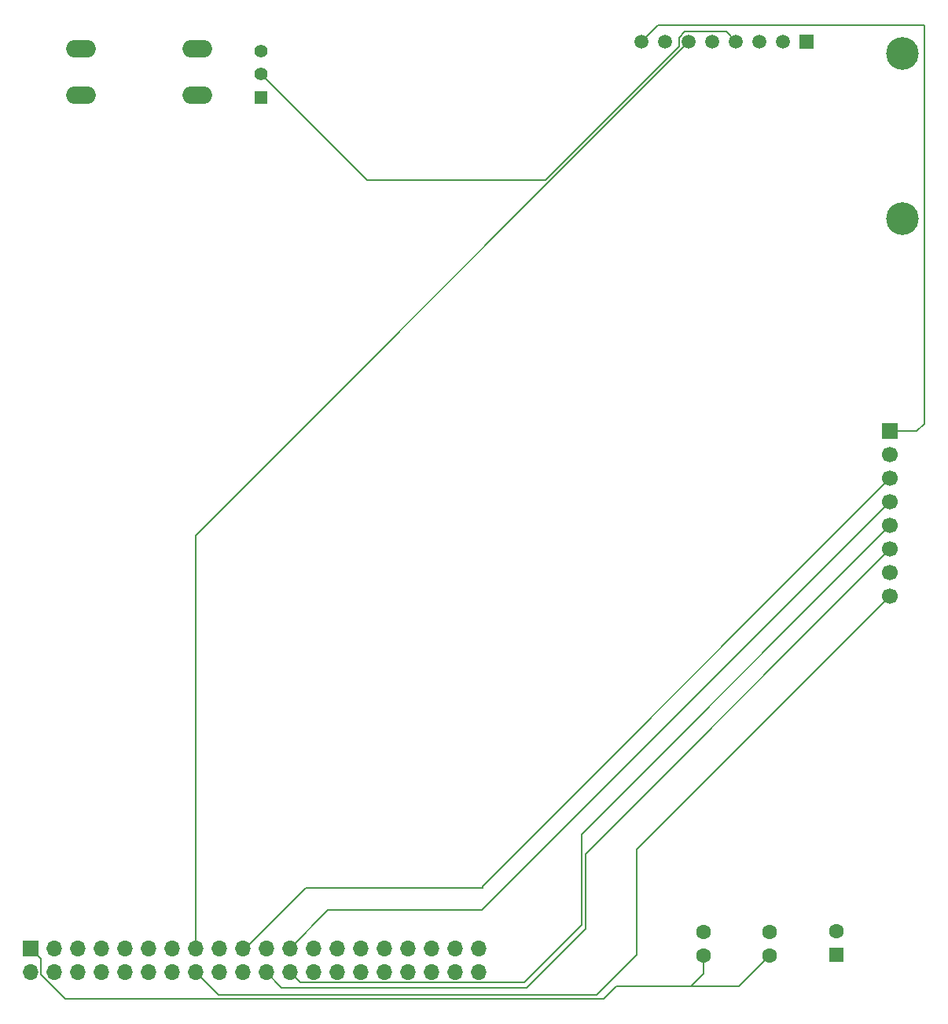
<source format=gbr>
%TF.GenerationSoftware,KiCad,Pcbnew,9.0.2*%
%TF.CreationDate,2025-07-02T04:32:50-04:00*%
%TF.ProjectId,PaperCam_Kicad,50617065-7243-4616-9d5f-4b696361642e,rev?*%
%TF.SameCoordinates,Original*%
%TF.FileFunction,Copper,L1,Top*%
%TF.FilePolarity,Positive*%
%FSLAX46Y46*%
G04 Gerber Fmt 4.6, Leading zero omitted, Abs format (unit mm)*
G04 Created by KiCad (PCBNEW 9.0.2) date 2025-07-02 04:32:50*
%MOMM*%
%LPD*%
G01*
G04 APERTURE LIST*
G04 Aperture macros list*
%AMRoundRect*
0 Rectangle with rounded corners*
0 $1 Rounding radius*
0 $2 $3 $4 $5 $6 $7 $8 $9 X,Y pos of 4 corners*
0 Add a 4 corners polygon primitive as box body*
4,1,4,$2,$3,$4,$5,$6,$7,$8,$9,$2,$3,0*
0 Add four circle primitives for the rounded corners*
1,1,$1+$1,$2,$3*
1,1,$1+$1,$4,$5*
1,1,$1+$1,$6,$7*
1,1,$1+$1,$8,$9*
0 Add four rect primitives between the rounded corners*
20,1,$1+$1,$2,$3,$4,$5,0*
20,1,$1+$1,$4,$5,$6,$7,0*
20,1,$1+$1,$6,$7,$8,$9,0*
20,1,$1+$1,$8,$9,$2,$3,0*%
G04 Aperture macros list end*
%TA.AperFunction,ComponentPad*%
%ADD10C,1.600000*%
%TD*%
%TA.AperFunction,ComponentPad*%
%ADD11RoundRect,0.250000X0.550000X-0.550000X0.550000X0.550000X-0.550000X0.550000X-0.550000X-0.550000X0*%
%TD*%
%TA.AperFunction,ComponentPad*%
%ADD12R,1.700000X1.700000*%
%TD*%
%TA.AperFunction,ComponentPad*%
%ADD13O,1.700000X1.700000*%
%TD*%
%TA.AperFunction,ComponentPad*%
%ADD14R,1.508000X1.508000*%
%TD*%
%TA.AperFunction,ComponentPad*%
%ADD15C,1.508000*%
%TD*%
%TA.AperFunction,ComponentPad*%
%ADD16C,3.516000*%
%TD*%
%TA.AperFunction,ComponentPad*%
%ADD17R,1.408000X1.408000*%
%TD*%
%TA.AperFunction,ComponentPad*%
%ADD18C,1.408000*%
%TD*%
%TA.AperFunction,ComponentPad*%
%ADD19C,1.700000*%
%TD*%
%TA.AperFunction,ComponentPad*%
%ADD20O,3.200000X1.900000*%
%TD*%
%TA.AperFunction,Conductor*%
%ADD21C,0.200000*%
%TD*%
G04 APERTURE END LIST*
D10*
%TO.P,C1,1*%
%TO.N,+3V3*%
X83343750Y-102512500D03*
%TO.P,C1,2*%
%TO.N,GND*%
X83343750Y-100012500D03*
%TD*%
D11*
%TO.P,C3,1*%
%TO.N,+5V*%
X97631250Y-102393750D03*
D10*
%TO.P,C3,2*%
%TO.N,GND*%
X97631250Y-99893750D03*
%TD*%
%TO.P,C2,1*%
%TO.N,+3V3*%
X90487500Y-102512500D03*
%TO.P,C2,2*%
%TO.N,GND*%
X90487500Y-100012500D03*
%TD*%
D12*
%TO.P,RaspberryPiGPIO1,1,1*%
%TO.N,+3V3*%
X10863750Y-101742500D03*
D13*
%TO.P,RaspberryPiGPIO1,2,2*%
%TO.N,+5V*%
X10863750Y-104282500D03*
%TO.P,RaspberryPiGPIO1,3,3*%
%TO.N,unconnected-(RaspberryPiGPIO1-Pad3)*%
X13403750Y-101742500D03*
%TO.P,RaspberryPiGPIO1,4,4*%
%TO.N,unconnected-(RaspberryPiGPIO1-Pad4)*%
X13403750Y-104282500D03*
%TO.P,RaspberryPiGPIO1,5,5*%
%TO.N,unconnected-(RaspberryPiGPIO1-Pad5)*%
X15943750Y-101742500D03*
%TO.P,RaspberryPiGPIO1,6,6*%
%TO.N,GND*%
X15943750Y-104282500D03*
%TO.P,RaspberryPiGPIO1,7,7*%
%TO.N,unconnected-(RaspberryPiGPIO1-Pad7)*%
X18483750Y-101742500D03*
%TO.P,RaspberryPiGPIO1,8,8*%
%TO.N,unconnected-(RaspberryPiGPIO1-Pad8)*%
X18483750Y-104282500D03*
%TO.P,RaspberryPiGPIO1,9,9*%
%TO.N,GND*%
X21023750Y-101742500D03*
%TO.P,RaspberryPiGPIO1,10,10*%
%TO.N,unconnected-(RaspberryPiGPIO1-Pad10)*%
X21023750Y-104282500D03*
%TO.P,RaspberryPiGPIO1,11,11*%
%TO.N,/RST*%
X23563750Y-101742500D03*
%TO.P,RaspberryPiGPIO1,12,12*%
%TO.N,Net-(CameraButton1-Pad1)*%
X23563750Y-104282500D03*
%TO.P,RaspberryPiGPIO1,13,13*%
%TO.N,unconnected-(RaspberryPiGPIO1-Pad13)*%
X26103750Y-101742500D03*
%TO.P,RaspberryPiGPIO1,14,14*%
%TO.N,unconnected-(RaspberryPiGPIO1-Pad14)*%
X26103750Y-104282500D03*
%TO.P,RaspberryPiGPIO1,15,15*%
%TO.N,Net-(U1-LBO)*%
X28643750Y-101742500D03*
%TO.P,RaspberryPiGPIO1,16,16*%
%TO.N,/BUSY*%
X28643750Y-104282500D03*
%TO.P,RaspberryPiGPIO1,17,17*%
%TO.N,unconnected-(RaspberryPiGPIO1-Pad17)*%
X31183750Y-101742500D03*
%TO.P,RaspberryPiGPIO1,18,18*%
%TO.N,unconnected-(RaspberryPiGPIO1-Pad18)*%
X31183750Y-104282500D03*
%TO.P,RaspberryPiGPIO1,19,19*%
%TO.N,/DIN*%
X33723750Y-101742500D03*
%TO.P,RaspberryPiGPIO1,20,20*%
%TO.N,unconnected-(RaspberryPiGPIO1-Pad20)*%
X33723750Y-104282500D03*
%TO.P,RaspberryPiGPIO1,21,21*%
%TO.N,unconnected-(RaspberryPiGPIO1-Pad21)*%
X36263750Y-101742500D03*
%TO.P,RaspberryPiGPIO1,22,22*%
%TO.N,/DC*%
X36263750Y-104282500D03*
%TO.P,RaspberryPiGPIO1,23,23*%
%TO.N,/CLK*%
X38803750Y-101742500D03*
%TO.P,RaspberryPiGPIO1,24,24*%
%TO.N,/CS*%
X38803750Y-104282500D03*
%TO.P,RaspberryPiGPIO1,25,25*%
%TO.N,unconnected-(RaspberryPiGPIO1-Pad25)*%
X41343750Y-101742500D03*
%TO.P,RaspberryPiGPIO1,26,26*%
%TO.N,unconnected-(RaspberryPiGPIO1-Pad26)*%
X41343750Y-104282500D03*
%TO.P,RaspberryPiGPIO1,27,27*%
%TO.N,unconnected-(RaspberryPiGPIO1-Pad27)*%
X43883750Y-101742500D03*
%TO.P,RaspberryPiGPIO1,28,28*%
%TO.N,unconnected-(RaspberryPiGPIO1-Pad28)*%
X43883750Y-104282500D03*
%TO.P,RaspberryPiGPIO1,29,29*%
%TO.N,unconnected-(RaspberryPiGPIO1-Pad29)*%
X46423750Y-101742500D03*
%TO.P,RaspberryPiGPIO1,30,30*%
%TO.N,unconnected-(RaspberryPiGPIO1-Pad30)*%
X46423750Y-104282500D03*
%TO.P,RaspberryPiGPIO1,31,31*%
%TO.N,unconnected-(RaspberryPiGPIO1-Pad31)*%
X48963750Y-101742500D03*
%TO.P,RaspberryPiGPIO1,32,32*%
%TO.N,unconnected-(RaspberryPiGPIO1-Pad32)*%
X48963750Y-104282500D03*
%TO.P,RaspberryPiGPIO1,33,33*%
%TO.N,unconnected-(RaspberryPiGPIO1-Pad33)*%
X51503750Y-101742500D03*
%TO.P,RaspberryPiGPIO1,34,34*%
%TO.N,unconnected-(RaspberryPiGPIO1-Pad34)*%
X51503750Y-104282500D03*
%TO.P,RaspberryPiGPIO1,35,35*%
%TO.N,unconnected-(RaspberryPiGPIO1-Pad35)*%
X54043750Y-101742500D03*
%TO.P,RaspberryPiGPIO1,36,36*%
%TO.N,unconnected-(RaspberryPiGPIO1-Pad36)*%
X54043750Y-104282500D03*
%TO.P,RaspberryPiGPIO1,37,37*%
%TO.N,unconnected-(RaspberryPiGPIO1-Pad37)*%
X56583750Y-101742500D03*
%TO.P,RaspberryPiGPIO1,38,38*%
%TO.N,unconnected-(RaspberryPiGPIO1-Pad38)*%
X56583750Y-104282500D03*
%TO.P,RaspberryPiGPIO1,39,39*%
%TO.N,unconnected-(RaspberryPiGPIO1-Pad39)*%
X59123750Y-101742500D03*
%TO.P,RaspberryPiGPIO1,40,40*%
%TO.N,unconnected-(RaspberryPiGPIO1-Pad40)*%
X59123750Y-104282500D03*
%TD*%
D14*
%TO.P,U1,1,VBUS*%
%TO.N,unconnected-(U1-VBUS-Pad1)*%
X94488000Y-4127500D03*
D15*
%TO.P,U1,2,VLIPO*%
%TO.N,unconnected-(U1-VLIPO-Pad2)*%
X91948000Y-4127500D03*
%TO.P,U1,3,VBAT*%
%TO.N,unconnected-(U1-VBAT-Pad3)*%
X89408000Y-4127500D03*
%TO.P,U1,4,EN*%
%TO.N,Net-(PowerSwitch1-B)*%
X86868000Y-4127500D03*
%TO.P,U1,5,GND*%
%TO.N,GND*%
X84328000Y-4127500D03*
%TO.P,U1,6,LBO*%
%TO.N,Net-(U1-LBO)*%
X81788000Y-4127500D03*
%TO.P,U1,7,GND*%
%TO.N,GND*%
X79248000Y-4127500D03*
%TO.P,U1,8,5V*%
%TO.N,+5V*%
X76708000Y-4127500D03*
D16*
%TO.P,U1,P1*%
%TO.N,N/C*%
X104775000Y-5397500D03*
%TO.P,U1,P2*%
X104775000Y-23177500D03*
%TD*%
D17*
%TO.P,PowerSwitch1,1,A*%
%TO.N,GND*%
X35694745Y-10142305D03*
D18*
%TO.P,PowerSwitch1,2,B*%
%TO.N,Net-(PowerSwitch1-B)*%
X35694745Y-7642305D03*
%TO.P,PowerSwitch1,3,C*%
%TO.N,unconnected-(PowerSwitch1-C-Pad3)*%
X35694745Y-5142305D03*
%TD*%
D12*
%TO.P,Display1,1,Pin_1*%
%TO.N,+5V*%
X103460219Y-46071437D03*
D19*
%TO.P,Display1,2,Pin_2*%
%TO.N,GND*%
X103460219Y-48611437D03*
%TO.P,Display1,3,Pin_3*%
%TO.N,/DIN*%
X103460219Y-51151437D03*
%TO.P,Display1,4,Pin_4*%
%TO.N,/CLK*%
X103460219Y-53691437D03*
%TO.P,Display1,5,Pin_5*%
%TO.N,/CS*%
X103460219Y-56231437D03*
%TO.P,Display1,6,Pin_6*%
%TO.N,/DC*%
X103460219Y-58771437D03*
%TO.P,Display1,7,Pin_7*%
%TO.N,/RST*%
X103460219Y-61311437D03*
%TO.P,Display1,8,Pin_8*%
%TO.N,/BUSY*%
X103460219Y-63851437D03*
%TD*%
D20*
%TO.P,CameraButton1,1,1*%
%TO.N,Net-(CameraButton1-Pad1)*%
X28791828Y-4908870D03*
X16291828Y-4908870D03*
%TO.P,CameraButton1,2,2*%
%TO.N,GND*%
X28791828Y-9908870D03*
X16291828Y-9908870D03*
%TD*%
D21*
%TO.N,+3V3*%
X87191712Y-105808288D02*
X90487500Y-102512500D01*
X12014750Y-102893500D02*
X12014750Y-104568826D01*
X81995788Y-105808288D02*
X87191712Y-105808288D01*
X73919662Y-105808288D02*
X81995788Y-105808288D01*
X83343750Y-104460326D02*
X83343750Y-102512500D01*
X10863750Y-101742500D02*
X12014750Y-102893500D01*
X81995788Y-105808288D02*
X83343750Y-104460326D01*
X12014750Y-104568826D02*
X14602174Y-107156250D01*
X14602174Y-107156250D02*
X72571700Y-107156250D01*
X72571700Y-107156250D02*
X73919662Y-105808288D01*
%TO.N,GND*%
X29025263Y-10142305D02*
X28791828Y-9908870D01*
%TO.N,+5V*%
X106328563Y-46071437D02*
X107156250Y-45243750D01*
X78454250Y-2381250D02*
X107156250Y-2381250D01*
X107156250Y-2381250D02*
X107156250Y-45243750D01*
X103460219Y-46071437D02*
X106328563Y-46071437D01*
X76708000Y-4127500D02*
X78454250Y-2381250D01*
%TO.N,/DC*%
X103460219Y-58771438D02*
X103460219Y-58771437D01*
X70635500Y-99611500D02*
X70635500Y-91596157D01*
X70635500Y-91596157D02*
X103460219Y-58771438D01*
X36263750Y-104282500D02*
X37934500Y-105953250D01*
X64293750Y-105953250D02*
X70635500Y-99611500D01*
X37934500Y-105953250D02*
X64293750Y-105953250D01*
X36263750Y-104282500D02*
X36919313Y-104282500D01*
%TO.N,/BUSY*%
X71838500Y-106755250D02*
X76200000Y-102393750D01*
X28643750Y-104282500D02*
X31116500Y-106755250D01*
X76200000Y-102393750D02*
X76200000Y-91111656D01*
X31116500Y-106755250D02*
X71838500Y-106755250D01*
X76200000Y-91111656D02*
X103460219Y-63851437D01*
%TO.N,/CS*%
X70234500Y-99212683D02*
X70234500Y-89457156D01*
X39954750Y-105433500D02*
X64013683Y-105433500D01*
X64013683Y-105433500D02*
X70234500Y-99212683D01*
X38803750Y-104282500D02*
X39954750Y-105433500D01*
X38803750Y-104282500D02*
X39459314Y-104282500D01*
X70234500Y-89457156D02*
X103460219Y-56231437D01*
%TO.N,/CLK*%
X103460219Y-53691437D02*
X59520406Y-97631250D01*
X59520406Y-97631250D02*
X42915000Y-97631250D01*
X42915000Y-97631250D02*
X38803750Y-101742500D01*
%TO.N,/DIN*%
X59531250Y-95080406D02*
X103460219Y-51151437D01*
X59531250Y-95250000D02*
X59531250Y-95080406D01*
X33723750Y-101742500D02*
X33988750Y-101742500D01*
X33988750Y-101742500D02*
X40481250Y-95250000D01*
X40481250Y-95250000D02*
X59531250Y-95250000D01*
%TO.N,Net-(PowerSwitch1-B)*%
X81351004Y-3072500D02*
X80733000Y-3690504D01*
X86868000Y-4127500D02*
X85813000Y-3072500D01*
X85813000Y-3072500D02*
X81351004Y-3072500D01*
X47102440Y-19050000D02*
X35694745Y-7642305D01*
X80733000Y-3690504D02*
X80733000Y-4615400D01*
X66298400Y-19050000D02*
X47102440Y-19050000D01*
X80733000Y-4615400D02*
X66298400Y-19050000D01*
%TO.N,Net-(U1-LBO)*%
X28643750Y-101742500D02*
X28643750Y-57271750D01*
X28643750Y-57271750D02*
X81788000Y-4127500D01*
%TD*%
M02*

</source>
